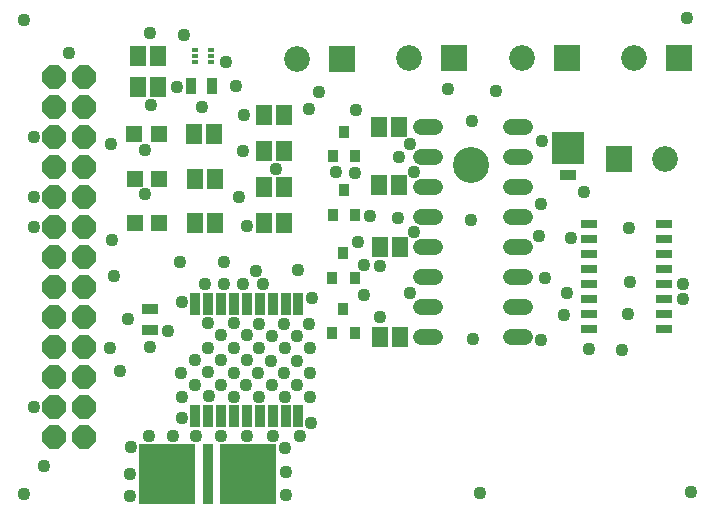
<source format=gts>
G75*
%MOIN*%
%OFA0B0*%
%FSLAX24Y24*%
%IPPOS*%
%LPD*%
%AMOC8*
5,1,8,0,0,1.08239X$1,22.5*
%
%ADD10C,0.1202*%
%ADD11OC8,0.0800*%
%ADD12R,0.0375X0.0769*%
%ADD13R,0.0336X0.0769*%
%ADD14R,0.0860X0.0860*%
%ADD15C,0.0860*%
%ADD16R,0.0532X0.0375*%
%ADD17R,0.0532X0.0532*%
%ADD18R,0.0572X0.0651*%
%ADD19R,0.0375X0.2029*%
%ADD20R,0.1891X0.2029*%
%ADD21R,0.0560X0.0310*%
%ADD22R,0.0375X0.0414*%
%ADD23R,0.1060X0.1111*%
%ADD24R,0.0560X0.0360*%
%ADD25C,0.0532*%
%ADD26R,0.0217X0.0158*%
%ADD27R,0.0375X0.0532*%
%ADD28C,0.0436*%
D10*
X015963Y011811D03*
D11*
X003050Y011770D03*
X002050Y011770D03*
X002050Y010770D03*
X003050Y010770D03*
X003050Y009770D03*
X002050Y009770D03*
X002050Y008770D03*
X003050Y008770D03*
X003050Y007770D03*
X002050Y007770D03*
X002050Y006770D03*
X003050Y006770D03*
X003050Y005770D03*
X002050Y005770D03*
X002050Y004770D03*
X003050Y004770D03*
X003050Y003770D03*
X002050Y003770D03*
X002050Y002770D03*
X003050Y002770D03*
X003050Y012770D03*
X002050Y012770D03*
X002050Y013770D03*
X003050Y013770D03*
X003050Y014770D03*
X002050Y014770D03*
D12*
X007183Y007201D03*
X007616Y007201D03*
X008049Y007201D03*
X008482Y007201D03*
X008915Y007201D03*
X009348Y007201D03*
X009781Y007201D03*
X009781Y003461D03*
X009348Y003461D03*
X008915Y003461D03*
X008482Y003461D03*
X008049Y003461D03*
X007616Y003461D03*
X007183Y003461D03*
D13*
X006770Y003461D03*
X010195Y003461D03*
X010195Y007201D03*
X006770Y007201D03*
D14*
X011675Y015355D03*
X015400Y015405D03*
X019175Y015380D03*
X022900Y015405D03*
X020908Y012027D03*
D15*
X022426Y012027D03*
X021382Y015405D03*
X017657Y015380D03*
X013882Y015405D03*
X010157Y015355D03*
D16*
X005254Y007027D03*
X005254Y006319D03*
D17*
X005571Y009878D03*
X004745Y009878D03*
X004745Y011356D03*
X005571Y011356D03*
X005565Y012856D03*
X004738Y012856D03*
D18*
X006729Y012856D03*
X007398Y012856D03*
X009070Y012305D03*
X009740Y012305D03*
X009740Y013505D03*
X009070Y013505D03*
X007427Y011363D03*
X006758Y011363D03*
X006751Y009878D03*
X007420Y009878D03*
X009070Y009880D03*
X009740Y009880D03*
X009740Y011080D03*
X009070Y011080D03*
X012893Y011155D03*
X013563Y011155D03*
X013563Y013105D03*
X012894Y013105D03*
X012934Y009105D03*
X013603Y009105D03*
X013590Y006105D03*
X012920Y006105D03*
X005515Y014430D03*
X004845Y014430D03*
X004845Y015455D03*
X005515Y015455D03*
D19*
X007180Y001517D03*
D20*
X005832Y001517D03*
X008528Y001517D03*
D21*
X019880Y006355D03*
X019880Y006855D03*
X019880Y007355D03*
X019880Y007855D03*
X019880Y008355D03*
X019880Y008855D03*
X019880Y009355D03*
X019880Y009855D03*
X022380Y009855D03*
X022380Y009355D03*
X022380Y008855D03*
X022380Y008355D03*
X022380Y007855D03*
X022380Y007355D03*
X022380Y006855D03*
X022380Y006355D03*
D22*
X012079Y006211D03*
X011331Y006211D03*
X011705Y007038D03*
X011331Y008061D03*
X012079Y008061D03*
X011705Y008888D03*
X011356Y010161D03*
X012104Y010161D03*
X011730Y010988D03*
X011356Y012111D03*
X012104Y012111D03*
X011730Y012938D03*
D23*
X019180Y012405D03*
D24*
X019180Y011479D03*
D25*
X017766Y011095D02*
X017293Y011095D01*
X017293Y010095D02*
X017766Y010095D01*
X017766Y009095D02*
X017293Y009095D01*
X017293Y008095D02*
X017766Y008095D01*
X017766Y007095D02*
X017293Y007095D01*
X017293Y006095D02*
X017766Y006095D01*
X014766Y006095D02*
X014293Y006095D01*
X014293Y007095D02*
X014766Y007095D01*
X014766Y008095D02*
X014293Y008095D01*
X014293Y009095D02*
X014766Y009095D01*
X014766Y010095D02*
X014293Y010095D01*
X014293Y011095D02*
X014766Y011095D01*
X014766Y012095D02*
X014293Y012095D01*
X014293Y013095D02*
X014766Y013095D01*
X017293Y013095D02*
X017766Y013095D01*
X017766Y012095D02*
X017293Y012095D01*
D26*
X007290Y015258D03*
X007290Y015455D03*
X007290Y015652D03*
X006770Y015652D03*
X006770Y015455D03*
X006766Y015258D03*
D27*
X006626Y014455D03*
X007334Y014455D03*
D28*
X001050Y000865D03*
X001724Y001780D03*
X001395Y003769D03*
X003930Y005730D03*
X004255Y004955D03*
X005248Y005763D03*
X005845Y006300D03*
X006320Y007249D03*
X007087Y007850D03*
X007740Y007860D03*
X008345Y007857D03*
X009010Y007843D03*
X008793Y008285D03*
X007738Y008585D03*
X008480Y009780D03*
X008235Y010767D03*
X009455Y011705D03*
X008355Y012305D03*
X008380Y013480D03*
X008122Y014456D03*
X007805Y015255D03*
X006380Y016150D03*
X005255Y016230D03*
X006155Y014430D03*
X005280Y013830D03*
X007009Y013744D03*
X005098Y012328D03*
X003950Y012527D03*
X005098Y010854D03*
X004000Y009310D03*
X004071Y008141D03*
X004523Y006705D03*
X006766Y005333D03*
X007201Y005738D03*
X007640Y005333D03*
X008049Y004905D03*
X008482Y005311D03*
X008902Y005724D03*
X009304Y005308D03*
X009746Y005721D03*
X010145Y005308D03*
X010588Y005721D03*
X010167Y006134D03*
X010573Y006533D03*
X009732Y006533D03*
X009311Y006137D03*
X008888Y006536D03*
X008484Y006152D03*
X008060Y006551D03*
X007633Y006159D03*
X007187Y006551D03*
X008075Y005738D03*
X007198Y004912D03*
X006766Y004506D03*
X007212Y004115D03*
X007640Y004506D03*
X008064Y004107D03*
X008467Y004492D03*
X008876Y004890D03*
X009311Y004488D03*
X008891Y004093D03*
X009746Y004090D03*
X010153Y004488D03*
X009732Y004887D03*
X010587Y004887D03*
X010602Y004089D03*
X010624Y003227D03*
X010254Y002799D03*
X009772Y002399D03*
X009356Y002797D03*
X008495Y002797D03*
X007620Y002797D03*
X006792Y002804D03*
X006316Y003391D03*
X006023Y002805D03*
X005233Y002804D03*
X004610Y002435D03*
X004602Y001541D03*
X004577Y000793D03*
X006321Y004107D03*
X006306Y004905D03*
X010667Y007383D03*
X010202Y008314D03*
X012197Y009255D03*
X012405Y008480D03*
X012930Y008455D03*
X013922Y007574D03*
X012930Y006772D03*
X012377Y007495D03*
X014055Y009600D03*
X013522Y010072D03*
X012592Y010128D03*
X012100Y011567D03*
X011463Y011582D03*
X013564Y012098D03*
X013941Y012534D03*
X014063Y011601D03*
X015964Y009982D03*
X018233Y009445D03*
X019286Y009379D03*
X018296Y010516D03*
X019728Y010932D03*
X021227Y009721D03*
X021248Y007940D03*
X021180Y006855D03*
X021008Y005663D03*
X019880Y005680D03*
X018305Y005980D03*
X019055Y006830D03*
X019170Y007565D03*
X018424Y008060D03*
X016024Y006012D03*
X009793Y001608D03*
X009796Y000836D03*
X016260Y000900D03*
X023290Y000925D03*
X023011Y007356D03*
X023016Y007853D03*
X018322Y012613D03*
X016805Y014303D03*
X015984Y013282D03*
X015199Y014351D03*
X012138Y013650D03*
X010905Y014255D03*
X010555Y013680D03*
X006268Y008575D03*
X001401Y009773D03*
X001404Y010773D03*
X001401Y012765D03*
X002569Y015553D03*
X001045Y016649D03*
X023175Y016710D03*
M02*

</source>
